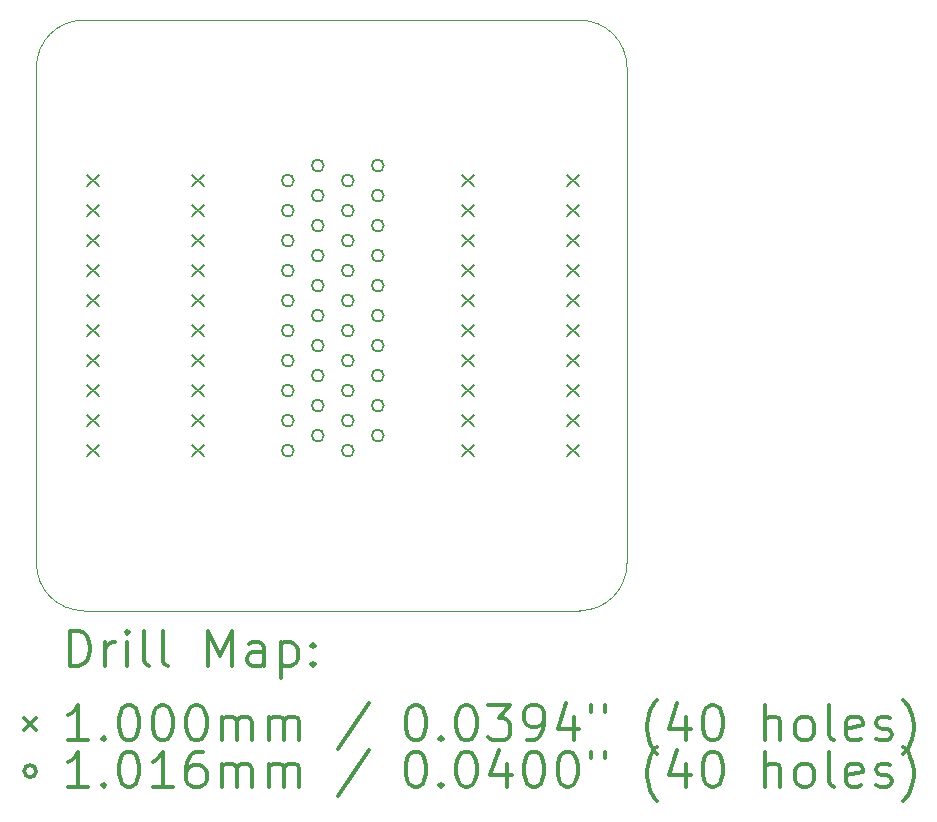
<source format=gbr>
%FSLAX45Y45*%
G04 Gerber Fmt 4.5, Leading zero omitted, Abs format (unit mm)*
G04 Created by KiCad (PCBNEW 5.1.10-88a1d61d58~88~ubuntu20.10.1) date 2021-05-13 20:13:39*
%MOMM*%
%LPD*%
G01*
G04 APERTURE LIST*
%TA.AperFunction,Profile*%
%ADD10C,0.050000*%
%TD*%
%ADD11C,0.200000*%
%ADD12C,0.300000*%
G04 APERTURE END LIST*
D10*
X12600000Y-4000000D02*
G75*
G02*
X13000000Y-4400000I0J-400000D01*
G01*
X13000000Y-8600000D02*
G75*
G02*
X12600000Y-9000000I-400000J0D01*
G01*
X8400000Y-9000000D02*
G75*
G02*
X8000000Y-8600000I0J400000D01*
G01*
X8000000Y-4400000D02*
G75*
G02*
X8400000Y-4000000I400000J0D01*
G01*
X8000000Y-8600000D02*
X8000000Y-4400000D01*
X12600000Y-9000000D02*
X8400000Y-9000000D01*
X13000000Y-4400000D02*
X13000000Y-8600000D01*
X8400000Y-4000000D02*
X12600000Y-4000000D01*
D11*
X8427000Y-5308000D02*
X8527000Y-5408000D01*
X8527000Y-5308000D02*
X8427000Y-5408000D01*
X8427000Y-5562000D02*
X8527000Y-5662000D01*
X8527000Y-5562000D02*
X8427000Y-5662000D01*
X8427000Y-5816000D02*
X8527000Y-5916000D01*
X8527000Y-5816000D02*
X8427000Y-5916000D01*
X8427000Y-6070000D02*
X8527000Y-6170000D01*
X8527000Y-6070000D02*
X8427000Y-6170000D01*
X8427000Y-6324000D02*
X8527000Y-6424000D01*
X8527000Y-6324000D02*
X8427000Y-6424000D01*
X8427000Y-6578000D02*
X8527000Y-6678000D01*
X8527000Y-6578000D02*
X8427000Y-6678000D01*
X8427000Y-6832000D02*
X8527000Y-6932000D01*
X8527000Y-6832000D02*
X8427000Y-6932000D01*
X8427000Y-7086000D02*
X8527000Y-7186000D01*
X8527000Y-7086000D02*
X8427000Y-7186000D01*
X8427000Y-7340000D02*
X8527000Y-7440000D01*
X8527000Y-7340000D02*
X8427000Y-7440000D01*
X8427000Y-7594000D02*
X8527000Y-7694000D01*
X8527000Y-7594000D02*
X8427000Y-7694000D01*
X9316000Y-5308000D02*
X9416000Y-5408000D01*
X9416000Y-5308000D02*
X9316000Y-5408000D01*
X9316000Y-5562000D02*
X9416000Y-5662000D01*
X9416000Y-5562000D02*
X9316000Y-5662000D01*
X9316000Y-5816000D02*
X9416000Y-5916000D01*
X9416000Y-5816000D02*
X9316000Y-5916000D01*
X9316000Y-6070000D02*
X9416000Y-6170000D01*
X9416000Y-6070000D02*
X9316000Y-6170000D01*
X9316000Y-6324000D02*
X9416000Y-6424000D01*
X9416000Y-6324000D02*
X9316000Y-6424000D01*
X9316000Y-6578000D02*
X9416000Y-6678000D01*
X9416000Y-6578000D02*
X9316000Y-6678000D01*
X9316000Y-6832000D02*
X9416000Y-6932000D01*
X9416000Y-6832000D02*
X9316000Y-6932000D01*
X9316000Y-7086000D02*
X9416000Y-7186000D01*
X9416000Y-7086000D02*
X9316000Y-7186000D01*
X9316000Y-7340000D02*
X9416000Y-7440000D01*
X9416000Y-7340000D02*
X9316000Y-7440000D01*
X9316000Y-7594000D02*
X9416000Y-7694000D01*
X9416000Y-7594000D02*
X9316000Y-7694000D01*
X11602000Y-5308000D02*
X11702000Y-5408000D01*
X11702000Y-5308000D02*
X11602000Y-5408000D01*
X11602000Y-5562000D02*
X11702000Y-5662000D01*
X11702000Y-5562000D02*
X11602000Y-5662000D01*
X11602000Y-5816000D02*
X11702000Y-5916000D01*
X11702000Y-5816000D02*
X11602000Y-5916000D01*
X11602000Y-6070000D02*
X11702000Y-6170000D01*
X11702000Y-6070000D02*
X11602000Y-6170000D01*
X11602000Y-6324000D02*
X11702000Y-6424000D01*
X11702000Y-6324000D02*
X11602000Y-6424000D01*
X11602000Y-6578000D02*
X11702000Y-6678000D01*
X11702000Y-6578000D02*
X11602000Y-6678000D01*
X11602000Y-6832000D02*
X11702000Y-6932000D01*
X11702000Y-6832000D02*
X11602000Y-6932000D01*
X11602000Y-7086000D02*
X11702000Y-7186000D01*
X11702000Y-7086000D02*
X11602000Y-7186000D01*
X11602000Y-7340000D02*
X11702000Y-7440000D01*
X11702000Y-7340000D02*
X11602000Y-7440000D01*
X11602000Y-7594000D02*
X11702000Y-7694000D01*
X11702000Y-7594000D02*
X11602000Y-7694000D01*
X12491000Y-5308000D02*
X12591000Y-5408000D01*
X12591000Y-5308000D02*
X12491000Y-5408000D01*
X12491000Y-5562000D02*
X12591000Y-5662000D01*
X12591000Y-5562000D02*
X12491000Y-5662000D01*
X12491000Y-5816000D02*
X12591000Y-5916000D01*
X12591000Y-5816000D02*
X12491000Y-5916000D01*
X12491000Y-6070000D02*
X12591000Y-6170000D01*
X12591000Y-6070000D02*
X12491000Y-6170000D01*
X12491000Y-6324000D02*
X12591000Y-6424000D01*
X12591000Y-6324000D02*
X12491000Y-6424000D01*
X12491000Y-6578000D02*
X12591000Y-6678000D01*
X12591000Y-6578000D02*
X12491000Y-6678000D01*
X12491000Y-6832000D02*
X12591000Y-6932000D01*
X12591000Y-6832000D02*
X12491000Y-6932000D01*
X12491000Y-7086000D02*
X12591000Y-7186000D01*
X12591000Y-7086000D02*
X12491000Y-7186000D01*
X12491000Y-7340000D02*
X12591000Y-7440000D01*
X12591000Y-7340000D02*
X12491000Y-7440000D01*
X12491000Y-7594000D02*
X12591000Y-7694000D01*
X12591000Y-7594000D02*
X12491000Y-7694000D01*
X10178800Y-5358000D02*
G75*
G03*
X10178800Y-5358000I-50800J0D01*
G01*
X10178800Y-5612000D02*
G75*
G03*
X10178800Y-5612000I-50800J0D01*
G01*
X10178800Y-5866000D02*
G75*
G03*
X10178800Y-5866000I-50800J0D01*
G01*
X10178800Y-6120000D02*
G75*
G03*
X10178800Y-6120000I-50800J0D01*
G01*
X10178800Y-6374000D02*
G75*
G03*
X10178800Y-6374000I-50800J0D01*
G01*
X10178800Y-6628000D02*
G75*
G03*
X10178800Y-6628000I-50800J0D01*
G01*
X10178800Y-6882000D02*
G75*
G03*
X10178800Y-6882000I-50800J0D01*
G01*
X10178800Y-7136000D02*
G75*
G03*
X10178800Y-7136000I-50800J0D01*
G01*
X10178800Y-7390000D02*
G75*
G03*
X10178800Y-7390000I-50800J0D01*
G01*
X10178800Y-7644000D02*
G75*
G03*
X10178800Y-7644000I-50800J0D01*
G01*
X10432800Y-5231000D02*
G75*
G03*
X10432800Y-5231000I-50800J0D01*
G01*
X10432800Y-5485000D02*
G75*
G03*
X10432800Y-5485000I-50800J0D01*
G01*
X10432800Y-5739000D02*
G75*
G03*
X10432800Y-5739000I-50800J0D01*
G01*
X10432800Y-5993000D02*
G75*
G03*
X10432800Y-5993000I-50800J0D01*
G01*
X10432800Y-6247000D02*
G75*
G03*
X10432800Y-6247000I-50800J0D01*
G01*
X10432800Y-6501000D02*
G75*
G03*
X10432800Y-6501000I-50800J0D01*
G01*
X10432800Y-6755000D02*
G75*
G03*
X10432800Y-6755000I-50800J0D01*
G01*
X10432800Y-7009000D02*
G75*
G03*
X10432800Y-7009000I-50800J0D01*
G01*
X10432800Y-7263000D02*
G75*
G03*
X10432800Y-7263000I-50800J0D01*
G01*
X10432800Y-7517000D02*
G75*
G03*
X10432800Y-7517000I-50800J0D01*
G01*
X10686800Y-5358000D02*
G75*
G03*
X10686800Y-5358000I-50800J0D01*
G01*
X10686800Y-5612000D02*
G75*
G03*
X10686800Y-5612000I-50800J0D01*
G01*
X10686800Y-5866000D02*
G75*
G03*
X10686800Y-5866000I-50800J0D01*
G01*
X10686800Y-6120000D02*
G75*
G03*
X10686800Y-6120000I-50800J0D01*
G01*
X10686800Y-6374000D02*
G75*
G03*
X10686800Y-6374000I-50800J0D01*
G01*
X10686800Y-6628000D02*
G75*
G03*
X10686800Y-6628000I-50800J0D01*
G01*
X10686800Y-6882000D02*
G75*
G03*
X10686800Y-6882000I-50800J0D01*
G01*
X10686800Y-7136000D02*
G75*
G03*
X10686800Y-7136000I-50800J0D01*
G01*
X10686800Y-7390000D02*
G75*
G03*
X10686800Y-7390000I-50800J0D01*
G01*
X10686800Y-7644000D02*
G75*
G03*
X10686800Y-7644000I-50800J0D01*
G01*
X10940800Y-5231000D02*
G75*
G03*
X10940800Y-5231000I-50800J0D01*
G01*
X10940800Y-5485000D02*
G75*
G03*
X10940800Y-5485000I-50800J0D01*
G01*
X10940800Y-5739000D02*
G75*
G03*
X10940800Y-5739000I-50800J0D01*
G01*
X10940800Y-5993000D02*
G75*
G03*
X10940800Y-5993000I-50800J0D01*
G01*
X10940800Y-6247000D02*
G75*
G03*
X10940800Y-6247000I-50800J0D01*
G01*
X10940800Y-6501000D02*
G75*
G03*
X10940800Y-6501000I-50800J0D01*
G01*
X10940800Y-6755000D02*
G75*
G03*
X10940800Y-6755000I-50800J0D01*
G01*
X10940800Y-7009000D02*
G75*
G03*
X10940800Y-7009000I-50800J0D01*
G01*
X10940800Y-7263000D02*
G75*
G03*
X10940800Y-7263000I-50800J0D01*
G01*
X10940800Y-7517000D02*
G75*
G03*
X10940800Y-7517000I-50800J0D01*
G01*
D12*
X8283928Y-9468214D02*
X8283928Y-9168214D01*
X8355357Y-9168214D01*
X8398214Y-9182500D01*
X8426786Y-9211072D01*
X8441071Y-9239643D01*
X8455357Y-9296786D01*
X8455357Y-9339643D01*
X8441071Y-9396786D01*
X8426786Y-9425357D01*
X8398214Y-9453929D01*
X8355357Y-9468214D01*
X8283928Y-9468214D01*
X8583928Y-9468214D02*
X8583928Y-9268214D01*
X8583928Y-9325357D02*
X8598214Y-9296786D01*
X8612500Y-9282500D01*
X8641071Y-9268214D01*
X8669643Y-9268214D01*
X8769643Y-9468214D02*
X8769643Y-9268214D01*
X8769643Y-9168214D02*
X8755357Y-9182500D01*
X8769643Y-9196786D01*
X8783928Y-9182500D01*
X8769643Y-9168214D01*
X8769643Y-9196786D01*
X8955357Y-9468214D02*
X8926786Y-9453929D01*
X8912500Y-9425357D01*
X8912500Y-9168214D01*
X9112500Y-9468214D02*
X9083928Y-9453929D01*
X9069643Y-9425357D01*
X9069643Y-9168214D01*
X9455357Y-9468214D02*
X9455357Y-9168214D01*
X9555357Y-9382500D01*
X9655357Y-9168214D01*
X9655357Y-9468214D01*
X9926786Y-9468214D02*
X9926786Y-9311072D01*
X9912500Y-9282500D01*
X9883928Y-9268214D01*
X9826786Y-9268214D01*
X9798214Y-9282500D01*
X9926786Y-9453929D02*
X9898214Y-9468214D01*
X9826786Y-9468214D01*
X9798214Y-9453929D01*
X9783928Y-9425357D01*
X9783928Y-9396786D01*
X9798214Y-9368214D01*
X9826786Y-9353929D01*
X9898214Y-9353929D01*
X9926786Y-9339643D01*
X10069643Y-9268214D02*
X10069643Y-9568214D01*
X10069643Y-9282500D02*
X10098214Y-9268214D01*
X10155357Y-9268214D01*
X10183928Y-9282500D01*
X10198214Y-9296786D01*
X10212500Y-9325357D01*
X10212500Y-9411072D01*
X10198214Y-9439643D01*
X10183928Y-9453929D01*
X10155357Y-9468214D01*
X10098214Y-9468214D01*
X10069643Y-9453929D01*
X10341071Y-9439643D02*
X10355357Y-9453929D01*
X10341071Y-9468214D01*
X10326786Y-9453929D01*
X10341071Y-9439643D01*
X10341071Y-9468214D01*
X10341071Y-9282500D02*
X10355357Y-9296786D01*
X10341071Y-9311072D01*
X10326786Y-9296786D01*
X10341071Y-9282500D01*
X10341071Y-9311072D01*
X7897500Y-9912500D02*
X7997500Y-10012500D01*
X7997500Y-9912500D02*
X7897500Y-10012500D01*
X8441071Y-10098214D02*
X8269643Y-10098214D01*
X8355357Y-10098214D02*
X8355357Y-9798214D01*
X8326786Y-9841072D01*
X8298214Y-9869643D01*
X8269643Y-9883929D01*
X8569643Y-10069643D02*
X8583928Y-10083929D01*
X8569643Y-10098214D01*
X8555357Y-10083929D01*
X8569643Y-10069643D01*
X8569643Y-10098214D01*
X8769643Y-9798214D02*
X8798214Y-9798214D01*
X8826786Y-9812500D01*
X8841071Y-9826786D01*
X8855357Y-9855357D01*
X8869643Y-9912500D01*
X8869643Y-9983929D01*
X8855357Y-10041072D01*
X8841071Y-10069643D01*
X8826786Y-10083929D01*
X8798214Y-10098214D01*
X8769643Y-10098214D01*
X8741071Y-10083929D01*
X8726786Y-10069643D01*
X8712500Y-10041072D01*
X8698214Y-9983929D01*
X8698214Y-9912500D01*
X8712500Y-9855357D01*
X8726786Y-9826786D01*
X8741071Y-9812500D01*
X8769643Y-9798214D01*
X9055357Y-9798214D02*
X9083928Y-9798214D01*
X9112500Y-9812500D01*
X9126786Y-9826786D01*
X9141071Y-9855357D01*
X9155357Y-9912500D01*
X9155357Y-9983929D01*
X9141071Y-10041072D01*
X9126786Y-10069643D01*
X9112500Y-10083929D01*
X9083928Y-10098214D01*
X9055357Y-10098214D01*
X9026786Y-10083929D01*
X9012500Y-10069643D01*
X8998214Y-10041072D01*
X8983928Y-9983929D01*
X8983928Y-9912500D01*
X8998214Y-9855357D01*
X9012500Y-9826786D01*
X9026786Y-9812500D01*
X9055357Y-9798214D01*
X9341071Y-9798214D02*
X9369643Y-9798214D01*
X9398214Y-9812500D01*
X9412500Y-9826786D01*
X9426786Y-9855357D01*
X9441071Y-9912500D01*
X9441071Y-9983929D01*
X9426786Y-10041072D01*
X9412500Y-10069643D01*
X9398214Y-10083929D01*
X9369643Y-10098214D01*
X9341071Y-10098214D01*
X9312500Y-10083929D01*
X9298214Y-10069643D01*
X9283928Y-10041072D01*
X9269643Y-9983929D01*
X9269643Y-9912500D01*
X9283928Y-9855357D01*
X9298214Y-9826786D01*
X9312500Y-9812500D01*
X9341071Y-9798214D01*
X9569643Y-10098214D02*
X9569643Y-9898214D01*
X9569643Y-9926786D02*
X9583928Y-9912500D01*
X9612500Y-9898214D01*
X9655357Y-9898214D01*
X9683928Y-9912500D01*
X9698214Y-9941072D01*
X9698214Y-10098214D01*
X9698214Y-9941072D02*
X9712500Y-9912500D01*
X9741071Y-9898214D01*
X9783928Y-9898214D01*
X9812500Y-9912500D01*
X9826786Y-9941072D01*
X9826786Y-10098214D01*
X9969643Y-10098214D02*
X9969643Y-9898214D01*
X9969643Y-9926786D02*
X9983928Y-9912500D01*
X10012500Y-9898214D01*
X10055357Y-9898214D01*
X10083928Y-9912500D01*
X10098214Y-9941072D01*
X10098214Y-10098214D01*
X10098214Y-9941072D02*
X10112500Y-9912500D01*
X10141071Y-9898214D01*
X10183928Y-9898214D01*
X10212500Y-9912500D01*
X10226786Y-9941072D01*
X10226786Y-10098214D01*
X10812500Y-9783929D02*
X10555357Y-10169643D01*
X11198214Y-9798214D02*
X11226786Y-9798214D01*
X11255357Y-9812500D01*
X11269643Y-9826786D01*
X11283928Y-9855357D01*
X11298214Y-9912500D01*
X11298214Y-9983929D01*
X11283928Y-10041072D01*
X11269643Y-10069643D01*
X11255357Y-10083929D01*
X11226786Y-10098214D01*
X11198214Y-10098214D01*
X11169643Y-10083929D01*
X11155357Y-10069643D01*
X11141071Y-10041072D01*
X11126786Y-9983929D01*
X11126786Y-9912500D01*
X11141071Y-9855357D01*
X11155357Y-9826786D01*
X11169643Y-9812500D01*
X11198214Y-9798214D01*
X11426786Y-10069643D02*
X11441071Y-10083929D01*
X11426786Y-10098214D01*
X11412500Y-10083929D01*
X11426786Y-10069643D01*
X11426786Y-10098214D01*
X11626786Y-9798214D02*
X11655357Y-9798214D01*
X11683928Y-9812500D01*
X11698214Y-9826786D01*
X11712500Y-9855357D01*
X11726786Y-9912500D01*
X11726786Y-9983929D01*
X11712500Y-10041072D01*
X11698214Y-10069643D01*
X11683928Y-10083929D01*
X11655357Y-10098214D01*
X11626786Y-10098214D01*
X11598214Y-10083929D01*
X11583928Y-10069643D01*
X11569643Y-10041072D01*
X11555357Y-9983929D01*
X11555357Y-9912500D01*
X11569643Y-9855357D01*
X11583928Y-9826786D01*
X11598214Y-9812500D01*
X11626786Y-9798214D01*
X11826786Y-9798214D02*
X12012500Y-9798214D01*
X11912500Y-9912500D01*
X11955357Y-9912500D01*
X11983928Y-9926786D01*
X11998214Y-9941072D01*
X12012500Y-9969643D01*
X12012500Y-10041072D01*
X11998214Y-10069643D01*
X11983928Y-10083929D01*
X11955357Y-10098214D01*
X11869643Y-10098214D01*
X11841071Y-10083929D01*
X11826786Y-10069643D01*
X12155357Y-10098214D02*
X12212500Y-10098214D01*
X12241071Y-10083929D01*
X12255357Y-10069643D01*
X12283928Y-10026786D01*
X12298214Y-9969643D01*
X12298214Y-9855357D01*
X12283928Y-9826786D01*
X12269643Y-9812500D01*
X12241071Y-9798214D01*
X12183928Y-9798214D01*
X12155357Y-9812500D01*
X12141071Y-9826786D01*
X12126786Y-9855357D01*
X12126786Y-9926786D01*
X12141071Y-9955357D01*
X12155357Y-9969643D01*
X12183928Y-9983929D01*
X12241071Y-9983929D01*
X12269643Y-9969643D01*
X12283928Y-9955357D01*
X12298214Y-9926786D01*
X12555357Y-9898214D02*
X12555357Y-10098214D01*
X12483928Y-9783929D02*
X12412500Y-9998214D01*
X12598214Y-9998214D01*
X12698214Y-9798214D02*
X12698214Y-9855357D01*
X12812500Y-9798214D02*
X12812500Y-9855357D01*
X13255357Y-10212500D02*
X13241071Y-10198214D01*
X13212500Y-10155357D01*
X13198214Y-10126786D01*
X13183928Y-10083929D01*
X13169643Y-10012500D01*
X13169643Y-9955357D01*
X13183928Y-9883929D01*
X13198214Y-9841072D01*
X13212500Y-9812500D01*
X13241071Y-9769643D01*
X13255357Y-9755357D01*
X13498214Y-9898214D02*
X13498214Y-10098214D01*
X13426786Y-9783929D02*
X13355357Y-9998214D01*
X13541071Y-9998214D01*
X13712500Y-9798214D02*
X13741071Y-9798214D01*
X13769643Y-9812500D01*
X13783928Y-9826786D01*
X13798214Y-9855357D01*
X13812500Y-9912500D01*
X13812500Y-9983929D01*
X13798214Y-10041072D01*
X13783928Y-10069643D01*
X13769643Y-10083929D01*
X13741071Y-10098214D01*
X13712500Y-10098214D01*
X13683928Y-10083929D01*
X13669643Y-10069643D01*
X13655357Y-10041072D01*
X13641071Y-9983929D01*
X13641071Y-9912500D01*
X13655357Y-9855357D01*
X13669643Y-9826786D01*
X13683928Y-9812500D01*
X13712500Y-9798214D01*
X14169643Y-10098214D02*
X14169643Y-9798214D01*
X14298214Y-10098214D02*
X14298214Y-9941072D01*
X14283928Y-9912500D01*
X14255357Y-9898214D01*
X14212500Y-9898214D01*
X14183928Y-9912500D01*
X14169643Y-9926786D01*
X14483928Y-10098214D02*
X14455357Y-10083929D01*
X14441071Y-10069643D01*
X14426786Y-10041072D01*
X14426786Y-9955357D01*
X14441071Y-9926786D01*
X14455357Y-9912500D01*
X14483928Y-9898214D01*
X14526786Y-9898214D01*
X14555357Y-9912500D01*
X14569643Y-9926786D01*
X14583928Y-9955357D01*
X14583928Y-10041072D01*
X14569643Y-10069643D01*
X14555357Y-10083929D01*
X14526786Y-10098214D01*
X14483928Y-10098214D01*
X14755357Y-10098214D02*
X14726786Y-10083929D01*
X14712500Y-10055357D01*
X14712500Y-9798214D01*
X14983928Y-10083929D02*
X14955357Y-10098214D01*
X14898214Y-10098214D01*
X14869643Y-10083929D01*
X14855357Y-10055357D01*
X14855357Y-9941072D01*
X14869643Y-9912500D01*
X14898214Y-9898214D01*
X14955357Y-9898214D01*
X14983928Y-9912500D01*
X14998214Y-9941072D01*
X14998214Y-9969643D01*
X14855357Y-9998214D01*
X15112500Y-10083929D02*
X15141071Y-10098214D01*
X15198214Y-10098214D01*
X15226786Y-10083929D01*
X15241071Y-10055357D01*
X15241071Y-10041072D01*
X15226786Y-10012500D01*
X15198214Y-9998214D01*
X15155357Y-9998214D01*
X15126786Y-9983929D01*
X15112500Y-9955357D01*
X15112500Y-9941072D01*
X15126786Y-9912500D01*
X15155357Y-9898214D01*
X15198214Y-9898214D01*
X15226786Y-9912500D01*
X15341071Y-10212500D02*
X15355357Y-10198214D01*
X15383928Y-10155357D01*
X15398214Y-10126786D01*
X15412500Y-10083929D01*
X15426786Y-10012500D01*
X15426786Y-9955357D01*
X15412500Y-9883929D01*
X15398214Y-9841072D01*
X15383928Y-9812500D01*
X15355357Y-9769643D01*
X15341071Y-9755357D01*
X7997500Y-10358500D02*
G75*
G03*
X7997500Y-10358500I-50800J0D01*
G01*
X8441071Y-10494214D02*
X8269643Y-10494214D01*
X8355357Y-10494214D02*
X8355357Y-10194214D01*
X8326786Y-10237072D01*
X8298214Y-10265643D01*
X8269643Y-10279929D01*
X8569643Y-10465643D02*
X8583928Y-10479929D01*
X8569643Y-10494214D01*
X8555357Y-10479929D01*
X8569643Y-10465643D01*
X8569643Y-10494214D01*
X8769643Y-10194214D02*
X8798214Y-10194214D01*
X8826786Y-10208500D01*
X8841071Y-10222786D01*
X8855357Y-10251357D01*
X8869643Y-10308500D01*
X8869643Y-10379929D01*
X8855357Y-10437072D01*
X8841071Y-10465643D01*
X8826786Y-10479929D01*
X8798214Y-10494214D01*
X8769643Y-10494214D01*
X8741071Y-10479929D01*
X8726786Y-10465643D01*
X8712500Y-10437072D01*
X8698214Y-10379929D01*
X8698214Y-10308500D01*
X8712500Y-10251357D01*
X8726786Y-10222786D01*
X8741071Y-10208500D01*
X8769643Y-10194214D01*
X9155357Y-10494214D02*
X8983928Y-10494214D01*
X9069643Y-10494214D02*
X9069643Y-10194214D01*
X9041071Y-10237072D01*
X9012500Y-10265643D01*
X8983928Y-10279929D01*
X9412500Y-10194214D02*
X9355357Y-10194214D01*
X9326786Y-10208500D01*
X9312500Y-10222786D01*
X9283928Y-10265643D01*
X9269643Y-10322786D01*
X9269643Y-10437072D01*
X9283928Y-10465643D01*
X9298214Y-10479929D01*
X9326786Y-10494214D01*
X9383928Y-10494214D01*
X9412500Y-10479929D01*
X9426786Y-10465643D01*
X9441071Y-10437072D01*
X9441071Y-10365643D01*
X9426786Y-10337072D01*
X9412500Y-10322786D01*
X9383928Y-10308500D01*
X9326786Y-10308500D01*
X9298214Y-10322786D01*
X9283928Y-10337072D01*
X9269643Y-10365643D01*
X9569643Y-10494214D02*
X9569643Y-10294214D01*
X9569643Y-10322786D02*
X9583928Y-10308500D01*
X9612500Y-10294214D01*
X9655357Y-10294214D01*
X9683928Y-10308500D01*
X9698214Y-10337072D01*
X9698214Y-10494214D01*
X9698214Y-10337072D02*
X9712500Y-10308500D01*
X9741071Y-10294214D01*
X9783928Y-10294214D01*
X9812500Y-10308500D01*
X9826786Y-10337072D01*
X9826786Y-10494214D01*
X9969643Y-10494214D02*
X9969643Y-10294214D01*
X9969643Y-10322786D02*
X9983928Y-10308500D01*
X10012500Y-10294214D01*
X10055357Y-10294214D01*
X10083928Y-10308500D01*
X10098214Y-10337072D01*
X10098214Y-10494214D01*
X10098214Y-10337072D02*
X10112500Y-10308500D01*
X10141071Y-10294214D01*
X10183928Y-10294214D01*
X10212500Y-10308500D01*
X10226786Y-10337072D01*
X10226786Y-10494214D01*
X10812500Y-10179929D02*
X10555357Y-10565643D01*
X11198214Y-10194214D02*
X11226786Y-10194214D01*
X11255357Y-10208500D01*
X11269643Y-10222786D01*
X11283928Y-10251357D01*
X11298214Y-10308500D01*
X11298214Y-10379929D01*
X11283928Y-10437072D01*
X11269643Y-10465643D01*
X11255357Y-10479929D01*
X11226786Y-10494214D01*
X11198214Y-10494214D01*
X11169643Y-10479929D01*
X11155357Y-10465643D01*
X11141071Y-10437072D01*
X11126786Y-10379929D01*
X11126786Y-10308500D01*
X11141071Y-10251357D01*
X11155357Y-10222786D01*
X11169643Y-10208500D01*
X11198214Y-10194214D01*
X11426786Y-10465643D02*
X11441071Y-10479929D01*
X11426786Y-10494214D01*
X11412500Y-10479929D01*
X11426786Y-10465643D01*
X11426786Y-10494214D01*
X11626786Y-10194214D02*
X11655357Y-10194214D01*
X11683928Y-10208500D01*
X11698214Y-10222786D01*
X11712500Y-10251357D01*
X11726786Y-10308500D01*
X11726786Y-10379929D01*
X11712500Y-10437072D01*
X11698214Y-10465643D01*
X11683928Y-10479929D01*
X11655357Y-10494214D01*
X11626786Y-10494214D01*
X11598214Y-10479929D01*
X11583928Y-10465643D01*
X11569643Y-10437072D01*
X11555357Y-10379929D01*
X11555357Y-10308500D01*
X11569643Y-10251357D01*
X11583928Y-10222786D01*
X11598214Y-10208500D01*
X11626786Y-10194214D01*
X11983928Y-10294214D02*
X11983928Y-10494214D01*
X11912500Y-10179929D02*
X11841071Y-10394214D01*
X12026786Y-10394214D01*
X12198214Y-10194214D02*
X12226786Y-10194214D01*
X12255357Y-10208500D01*
X12269643Y-10222786D01*
X12283928Y-10251357D01*
X12298214Y-10308500D01*
X12298214Y-10379929D01*
X12283928Y-10437072D01*
X12269643Y-10465643D01*
X12255357Y-10479929D01*
X12226786Y-10494214D01*
X12198214Y-10494214D01*
X12169643Y-10479929D01*
X12155357Y-10465643D01*
X12141071Y-10437072D01*
X12126786Y-10379929D01*
X12126786Y-10308500D01*
X12141071Y-10251357D01*
X12155357Y-10222786D01*
X12169643Y-10208500D01*
X12198214Y-10194214D01*
X12483928Y-10194214D02*
X12512500Y-10194214D01*
X12541071Y-10208500D01*
X12555357Y-10222786D01*
X12569643Y-10251357D01*
X12583928Y-10308500D01*
X12583928Y-10379929D01*
X12569643Y-10437072D01*
X12555357Y-10465643D01*
X12541071Y-10479929D01*
X12512500Y-10494214D01*
X12483928Y-10494214D01*
X12455357Y-10479929D01*
X12441071Y-10465643D01*
X12426786Y-10437072D01*
X12412500Y-10379929D01*
X12412500Y-10308500D01*
X12426786Y-10251357D01*
X12441071Y-10222786D01*
X12455357Y-10208500D01*
X12483928Y-10194214D01*
X12698214Y-10194214D02*
X12698214Y-10251357D01*
X12812500Y-10194214D02*
X12812500Y-10251357D01*
X13255357Y-10608500D02*
X13241071Y-10594214D01*
X13212500Y-10551357D01*
X13198214Y-10522786D01*
X13183928Y-10479929D01*
X13169643Y-10408500D01*
X13169643Y-10351357D01*
X13183928Y-10279929D01*
X13198214Y-10237072D01*
X13212500Y-10208500D01*
X13241071Y-10165643D01*
X13255357Y-10151357D01*
X13498214Y-10294214D02*
X13498214Y-10494214D01*
X13426786Y-10179929D02*
X13355357Y-10394214D01*
X13541071Y-10394214D01*
X13712500Y-10194214D02*
X13741071Y-10194214D01*
X13769643Y-10208500D01*
X13783928Y-10222786D01*
X13798214Y-10251357D01*
X13812500Y-10308500D01*
X13812500Y-10379929D01*
X13798214Y-10437072D01*
X13783928Y-10465643D01*
X13769643Y-10479929D01*
X13741071Y-10494214D01*
X13712500Y-10494214D01*
X13683928Y-10479929D01*
X13669643Y-10465643D01*
X13655357Y-10437072D01*
X13641071Y-10379929D01*
X13641071Y-10308500D01*
X13655357Y-10251357D01*
X13669643Y-10222786D01*
X13683928Y-10208500D01*
X13712500Y-10194214D01*
X14169643Y-10494214D02*
X14169643Y-10194214D01*
X14298214Y-10494214D02*
X14298214Y-10337072D01*
X14283928Y-10308500D01*
X14255357Y-10294214D01*
X14212500Y-10294214D01*
X14183928Y-10308500D01*
X14169643Y-10322786D01*
X14483928Y-10494214D02*
X14455357Y-10479929D01*
X14441071Y-10465643D01*
X14426786Y-10437072D01*
X14426786Y-10351357D01*
X14441071Y-10322786D01*
X14455357Y-10308500D01*
X14483928Y-10294214D01*
X14526786Y-10294214D01*
X14555357Y-10308500D01*
X14569643Y-10322786D01*
X14583928Y-10351357D01*
X14583928Y-10437072D01*
X14569643Y-10465643D01*
X14555357Y-10479929D01*
X14526786Y-10494214D01*
X14483928Y-10494214D01*
X14755357Y-10494214D02*
X14726786Y-10479929D01*
X14712500Y-10451357D01*
X14712500Y-10194214D01*
X14983928Y-10479929D02*
X14955357Y-10494214D01*
X14898214Y-10494214D01*
X14869643Y-10479929D01*
X14855357Y-10451357D01*
X14855357Y-10337072D01*
X14869643Y-10308500D01*
X14898214Y-10294214D01*
X14955357Y-10294214D01*
X14983928Y-10308500D01*
X14998214Y-10337072D01*
X14998214Y-10365643D01*
X14855357Y-10394214D01*
X15112500Y-10479929D02*
X15141071Y-10494214D01*
X15198214Y-10494214D01*
X15226786Y-10479929D01*
X15241071Y-10451357D01*
X15241071Y-10437072D01*
X15226786Y-10408500D01*
X15198214Y-10394214D01*
X15155357Y-10394214D01*
X15126786Y-10379929D01*
X15112500Y-10351357D01*
X15112500Y-10337072D01*
X15126786Y-10308500D01*
X15155357Y-10294214D01*
X15198214Y-10294214D01*
X15226786Y-10308500D01*
X15341071Y-10608500D02*
X15355357Y-10594214D01*
X15383928Y-10551357D01*
X15398214Y-10522786D01*
X15412500Y-10479929D01*
X15426786Y-10408500D01*
X15426786Y-10351357D01*
X15412500Y-10279929D01*
X15398214Y-10237072D01*
X15383928Y-10208500D01*
X15355357Y-10165643D01*
X15341071Y-10151357D01*
M02*

</source>
